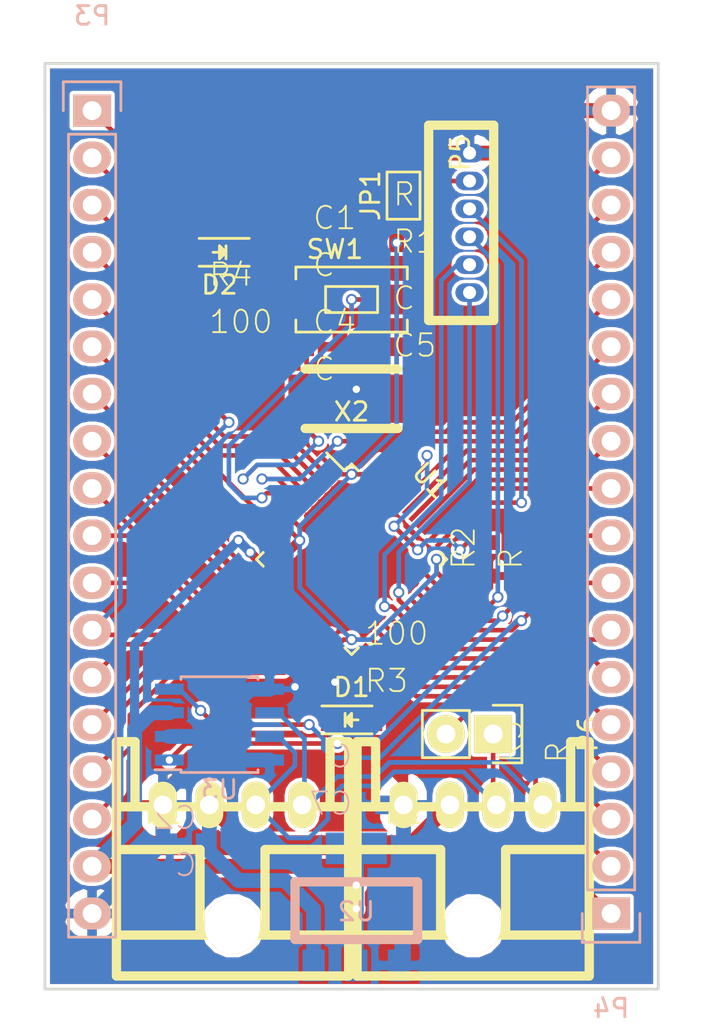
<source format=kicad_pcb>
(kicad_pcb (version 4) (host pcbnew 4.0.3-stable)
  (layers (0 F.Cu signal) (31 B.Cu signal) (34 B.Paste user) (35 F.Paste user) (36 B.SilkS user) (37 F.SilkS user) (38 B.Mask user) (39 F.Mask user) (44 Edge.Cuts user))
  (net 0 "")
  (net 1 GND)
  (net 2 /NRST)
  (net 3 +12V)
  (net 4 /OSC_IN)
  (net 5 /OSC_OUT)
  (net 6 +3V3)
  (net 7 "Net-(D1-Pad2)")
  (net 8 "Net-(D2-Pad2)")
  (net 9 /LED)
  (net 10 /CAN_H)
  (net 11 /CAN_L)
  (net 12 /BOOT0)
  (net 13 /USART_TX)
  (net 14 /USART_RX)
  (net 15 /CAN_RX)
  (net 16 /CAN_TX)
  (net 17 /SWDIO)
  (net 18 /SWCLK)
  (net 19 /PC13)
  (net 20 /PC14)
  (net 21 /PC15)
  (net 22 /PA0)
  (net 23 /PA1)
  (net 24 /PA2)
  (net 25 /PB11)
  (net 26 /PB10)
  (net 27 /PB2)
  (net 28 /PB1)
  (net 29 /PA7)
  (net 30 /PA6)
  (net 31 /PA5)
  (net 32 /PA4)
  (net 33 /PA3)
  (net 34 /PB12)
  (net 35 /PB13)
  (net 36 /PB14)
  (net 37 /PB15)
  (net 38 /PA8)
  (net 39 /PA15)
  (net 40 /PB3)
  (net 41 /PB4)
  (net 42 /PB5)
  (net 43 /PB6)
  (net 44 /PB7)
  (net 45 /PB8)
  (net 46 /PB9)
  (net 47 "Net-(JP1-Pad2)")
  (net 48 "Net-(P6-Pad2)")
  (module TO_SOT_Packages_SMD:SOT-223_reg (layer B.Cu) (at 16.764 48.514 180)
    (fp_text reference U2 (at 0 2.9 180) (layer B.SilkS) (effects (justify mirror)))
    (fp_text value NCP1117ST33T3G)
    (pad 1 smd rect (at -2.3 0 180) (size 1.2 1.7) (layers B.Cu B.Paste B.Mask) (net 1 GND))
    (pad 2 smd rect (at 0 0 180) (size 1.2 1.7) (layers B.Cu B.Paste B.Mask) (net 6 +3V3))
    (pad 3 smd rect (at 2.3 0 180) (size 1.2 1.7) (layers B.Cu B.Paste B.Mask) (net 3 +12V))
    (pad 2 smd rect (at 0 6.3 180) (size 3.3 1.7) (layers B.Cu B.Paste B.Mask) (net 6 +3V3))
  )
  (module RP_KiCAD_Libs:C1608_WP (layer F.Cu) (at 14.986 9.652)
    (fp_text reference C1 (at -0.635 -0.635) (layer F.SilkS) (effects (font (size 1.2065 1.2065) (thickness 0.1016)) (justify left bottom)))
    (fp_text value C (at -0.635 1.905) (layer F.SilkS) (effects (font (size 1.2065 1.2065) (thickness 0.1016)) (justify left bottom)))
    (pad 1 smd rect (at -0.9 0) (size 0.8 1) (layers F.Cu F.Paste F.Mask) (net 1 GND))
    (pad 2 smd rect (at 0.9 0) (size 0.8 1) (layers F.Cu F.Paste F.Mask) (net 2 /NRST))
  )
  (module RP_KiCAD_Libs:C1608_WP (layer B.Cu) (at 7.62 41.91 180)
    (fp_text reference C2 (at -0.635 0.635 180) (layer B.SilkS) (effects (font (size 1.2065 1.2065) (thickness 0.1016)) (justify left bottom mirror)))
    (fp_text value C (at -0.635 -1.905 180) (layer B.SilkS) (effects (font (size 1.2065 1.2065) (thickness 0.1016)) (justify left bottom mirror)))
    (pad 1 smd rect (at -0.9 0 180) (size 0.8 1) (layers B.Cu B.Paste B.Mask) (net 3 +12V))
    (pad 2 smd rect (at 0.9 0 180) (size 0.8 1) (layers B.Cu B.Paste B.Mask) (net 1 GND))
  )
  (module RP_KiCAD_Libs:C1608_WP (layer F.Cu) (at 14.986 15.24)
    (fp_text reference C4 (at -0.635 -0.635) (layer F.SilkS) (effects (font (size 1.2065 1.2065) (thickness 0.1016)) (justify left bottom)))
    (fp_text value C (at -0.635 1.905) (layer F.SilkS) (effects (font (size 1.2065 1.2065) (thickness 0.1016)) (justify left bottom)))
    (pad 1 smd rect (at -0.9 0) (size 0.8 1) (layers F.Cu F.Paste F.Mask) (net 4 /OSC_IN))
    (pad 2 smd rect (at 0.9 0) (size 0.8 1) (layers F.Cu F.Paste F.Mask) (net 1 GND))
  )
  (module RP_KiCAD_Libs:C1608_WP (layer F.Cu) (at 18.034 15.24 180)
    (fp_text reference C5 (at -0.635 -0.635 180) (layer F.SilkS) (effects (font (size 1.2065 1.2065) (thickness 0.1016)) (justify left bottom)))
    (fp_text value C (at -0.635 1.905 180) (layer F.SilkS) (effects (font (size 1.2065 1.2065) (thickness 0.1016)) (justify left bottom)))
    (pad 1 smd rect (at -0.9 0 180) (size 0.8 1) (layers F.Cu F.Paste F.Mask) (net 5 /OSC_OUT))
    (pad 2 smd rect (at 0.9 0 180) (size 0.8 1) (layers F.Cu F.Paste F.Mask) (net 1 GND))
  )
  (module RP_KiCAD_Libs:C1608_WP (layer B.Cu) (at 17.272 39.878)
    (fp_text reference C7 (at -0.635 0.635) (layer B.SilkS) (effects (font (size 1.2065 1.2065) (thickness 0.1016)) (justify left bottom mirror)))
    (fp_text value C (at -0.635 -1.905) (layer B.SilkS) (effects (font (size 1.2065 1.2065) (thickness 0.1016)) (justify left bottom mirror)))
    (pad 1 smd rect (at -0.9 0) (size 0.8 1) (layers B.Cu B.Paste B.Mask) (net 6 +3V3))
    (pad 2 smd rect (at 0.9 0) (size 0.8 1) (layers B.Cu B.Paste B.Mask) (net 1 GND))
  )
  (module LEDs:LED_0805 (layer F.Cu) (at 16.51 35.306)
    (fp_text reference D1 (at 0 -1.75) (layer F.SilkS))
    (fp_text value LED)
    (pad 2 smd rect (at 1.04902 0 180) (size 1.19888 1.19888) (layers F.Cu F.Paste F.Mask) (net 7 "Net-(D1-Pad2)"))
    (pad 1 smd rect (at -1.04902 0 180) (size 1.19888 1.19888) (layers F.Cu F.Paste F.Mask) (net 6 +3V3))
  )
  (module LEDs:LED_0805 (layer F.Cu) (at 9.398 10.16 180)
    (fp_text reference D2 (at 0 -1.75 180) (layer F.SilkS))
    (fp_text value LED)
    (pad 2 smd rect (at 1.04902 0) (size 1.19888 1.19888) (layers F.Cu F.Paste F.Mask) (net 8 "Net-(D2-Pad2)"))
    (pad 1 smd rect (at -1.04902 0) (size 1.19888 1.19888) (layers F.Cu F.Paste F.Mask) (net 9 /LED))
  )
  (module RP_KiCAD_Connector:XA_4LC (layer F.Cu) (at 6.35 39.878)
    (fp_text reference P1 (at 0 0.5) (layer F.SilkS))
    (fp_text value CONN_01X04)
    (pad 1 thru_hole oval (at 0 0) (size 1.5 2.5) (drill 1) (layers *.Cu *.Mask F.SilkS) (net 1 GND))
    (pad 2 thru_hole oval (at 2.5 0) (size 1.5 2.5) (drill 1) (layers *.Cu *.Mask F.SilkS) (net 3 +12V))
    (pad 3 thru_hole oval (at 5 0) (size 1.5 2.5) (drill 1) (layers *.Cu *.Mask F.SilkS) (net 10 /CAN_H))
    (pad 4 thru_hole oval (at 7.5 0) (size 1.5 2.5) (drill 1) (layers *.Cu *.Mask F.SilkS) (net 11 /CAN_L))
    (pad "" thru_hole circle (at 3.75 6.5) (size 3 3) (drill 3) (layers *.Cu *.Mask F.SilkS) (clearance -0.3))
  )
  (module RP_KiCAD_Connector:XA_4LC (layer F.Cu) (at 19.304 39.878)
    (fp_text reference P2 (at 0 0.5) (layer F.SilkS))
    (fp_text value CONN_01X04)
    (pad 1 thru_hole oval (at 0 0) (size 1.5 2.5) (drill 1) (layers *.Cu *.Mask F.SilkS) (net 1 GND))
    (pad 2 thru_hole oval (at 2.5 0) (size 1.5 2.5) (drill 1) (layers *.Cu *.Mask F.SilkS) (net 3 +12V))
    (pad 3 thru_hole oval (at 5 0) (size 1.5 2.5) (drill 1) (layers *.Cu *.Mask F.SilkS) (net 10 /CAN_H))
    (pad 4 thru_hole oval (at 7.5 0) (size 1.5 2.5) (drill 1) (layers *.Cu *.Mask F.SilkS) (net 11 /CAN_L))
    (pad "" thru_hole circle (at 3.75 6.5) (size 3 3) (drill 3) (layers *.Cu *.Mask F.SilkS) (clearance -0.3))
  )
  (module RP_KiCAD_Libs:C1608_WP (layer F.Cu) (at 18.034 9.652 180)
    (fp_text reference R1 (at -0.635 -0.635 180) (layer F.SilkS) (effects (font (size 1.2065 1.2065) (thickness 0.1016)) (justify left bottom)))
    (fp_text value R (at -0.635 1.905 180) (layer F.SilkS) (effects (font (size 1.2065 1.2065) (thickness 0.1016)) (justify left bottom)))
    (pad 1 smd rect (at -0.9 0 180) (size 0.8 1) (layers F.Cu F.Paste F.Mask) (net 6 +3V3))
    (pad 2 smd rect (at 0.9 0 180) (size 0.8 1) (layers F.Cu F.Paste F.Mask) (net 2 /NRST))
  )
  (module RP_KiCAD_Libs:C1608_WP (layer F.Cu) (at 23.876 26.67 90)
    (fp_text reference R2 (at -0.635 -0.635 90) (layer F.SilkS) (effects (font (size 1.2065 1.2065) (thickness 0.1016)) (justify left bottom)))
    (fp_text value R (at -0.635 1.905 90) (layer F.SilkS) (effects (font (size 1.2065 1.2065) (thickness 0.1016)) (justify left bottom)))
    (pad 1 smd rect (at -0.9 0 90) (size 0.8 1) (layers F.Cu F.Paste F.Mask) (net 1 GND))
    (pad 2 smd rect (at 0.9 0 90) (size 0.8 1) (layers F.Cu F.Paste F.Mask) (net 12 /BOOT0))
  )
  (module RP_KiCAD_Libs:C1608_WP (layer F.Cu) (at 16.51 33.274 180)
    (fp_text reference R3 (at -0.635 -0.635 180) (layer F.SilkS) (effects (font (size 1.2065 1.2065) (thickness 0.1016)) (justify left bottom)))
    (fp_text value 100 (at -0.635 1.905 180) (layer F.SilkS) (effects (font (size 1.2065 1.2065) (thickness 0.1016)) (justify left bottom)))
    (pad 1 smd rect (at -0.9 0 180) (size 0.8 1) (layers F.Cu F.Paste F.Mask) (net 7 "Net-(D1-Pad2)"))
    (pad 2 smd rect (at 0.9 0 180) (size 0.8 1) (layers F.Cu F.Paste F.Mask) (net 1 GND))
  )
  (module RP_KiCAD_Libs:C1608_WP (layer F.Cu) (at 9.398 12.7)
    (fp_text reference R4 (at -0.635 -0.635) (layer F.SilkS) (effects (font (size 1.2065 1.2065) (thickness 0.1016)) (justify left bottom)))
    (fp_text value 100 (at -0.635 1.905) (layer F.SilkS) (effects (font (size 1.2065 1.2065) (thickness 0.1016)) (justify left bottom)))
    (pad 1 smd rect (at -0.9 0) (size 0.8 1) (layers F.Cu F.Paste F.Mask) (net 8 "Net-(D2-Pad2)"))
    (pad 2 smd rect (at 0.9 0) (size 0.8 1) (layers F.Cu F.Paste F.Mask) (net 1 GND))
  )
  (module Buttons_Switches_SMD:SW_SPST_EVQPE1 (layer F.Cu) (at 16.51 12.7)
    (fp_text reference SW1 (at -0.9 -2.7) (layer F.SilkS))
    (fp_text value SW_PUSH)
    (pad 2 smd rect (at 2.7 0) (size 2 1.6) (layers F.Cu F.Paste F.Mask) (net 2 /NRST))
    (pad 1 smd rect (at -2.7 0) (size 2 1.6) (layers F.Cu F.Paste F.Mask) (net 1 GND))
  )
  (module Housings_QFP:LQFP-48_7x7mm_Pitch0.5mm (layer F.Cu) (at 16.51 26.67 315)
    (fp_text reference U1 (at 0 -6 315) (layer F.SilkS))
    (fp_text value STM32F103_48)
    (pad 1 smd rect (at -4.35 -2.75 315) (size 1.3 0.25) (layers F.Cu F.Paste F.Mask) (net 6 +3V3))
    (pad 2 smd rect (at -4.35 -2.25 315) (size 1.3 0.25) (layers F.Cu F.Paste F.Mask) (net 19 /PC13))
    (pad 3 smd rect (at -4.35 -1.75 315) (size 1.3 0.25) (layers F.Cu F.Paste F.Mask) (net 20 /PC14))
    (pad 4 smd rect (at -4.35 -1.25 315) (size 1.3 0.25) (layers F.Cu F.Paste F.Mask) (net 21 /PC15))
    (pad 5 smd rect (at -4.35 -0.75 315) (size 1.3 0.25) (layers F.Cu F.Paste F.Mask) (net 4 /OSC_IN))
    (pad 6 smd rect (at -4.35 -0.25 315) (size 1.3 0.25) (layers F.Cu F.Paste F.Mask) (net 5 /OSC_OUT))
    (pad 7 smd rect (at -4.35 0.25 315) (size 1.3 0.25) (layers F.Cu F.Paste F.Mask) (net 2 /NRST))
    (pad 8 smd rect (at -4.35 0.75 315) (size 1.3 0.25) (layers F.Cu F.Paste F.Mask) (net 1 GND))
    (pad 9 smd rect (at -4.35 1.25 315) (size 1.3 0.25) (layers F.Cu F.Paste F.Mask) (net 6 +3V3))
    (pad 10 smd rect (at -4.35 1.75 315) (size 1.3 0.25) (layers F.Cu F.Paste F.Mask) (net 22 /PA0))
    (pad 11 smd rect (at -4.35 2.25 315) (size 1.3 0.25) (layers F.Cu F.Paste F.Mask) (net 23 /PA1))
    (pad 12 smd rect (at -4.35 2.75 315) (size 1.3 0.25) (layers F.Cu F.Paste F.Mask) (net 24 /PA2))
    (pad 13 smd rect (at -2.75 4.35 45) (size 1.3 0.25) (layers F.Cu F.Paste F.Mask) (net 33 /PA3))
    (pad 14 smd rect (at -2.25 4.35 45) (size 1.3 0.25) (layers F.Cu F.Paste F.Mask) (net 32 /PA4))
    (pad 15 smd rect (at -1.75 4.35 45) (size 1.3 0.25) (layers F.Cu F.Paste F.Mask) (net 31 /PA5))
    (pad 16 smd rect (at -1.25 4.35 45) (size 1.3 0.25) (layers F.Cu F.Paste F.Mask) (net 30 /PA6))
    (pad 17 smd rect (at -0.75 4.35 45) (size 1.3 0.25) (layers F.Cu F.Paste F.Mask) (net 29 /PA7))
    (pad 18 smd rect (at -0.25 4.35 45) (size 1.3 0.25) (layers F.Cu F.Paste F.Mask) (net 9 /LED))
    (pad 19 smd rect (at 0.25 4.35 45) (size 1.3 0.25) (layers F.Cu F.Paste F.Mask) (net 28 /PB1))
    (pad 20 smd rect (at 0.75 4.35 45) (size 1.3 0.25) (layers F.Cu F.Paste F.Mask) (net 27 /PB2))
    (pad 21 smd rect (at 1.25 4.35 45) (size 1.3 0.25) (layers F.Cu F.Paste F.Mask) (net 26 /PB10))
    (pad 22 smd rect (at 1.75 4.35 45) (size 1.3 0.25) (layers F.Cu F.Paste F.Mask) (net 25 /PB11))
    (pad 23 smd rect (at 2.25 4.35 45) (size 1.3 0.25) (layers F.Cu F.Paste F.Mask) (net 1 GND))
    (pad 24 smd rect (at 2.75 4.35 45) (size 1.3 0.25) (layers F.Cu F.Paste F.Mask) (net 6 +3V3))
    (pad 25 smd rect (at 4.35 2.75 315) (size 1.3 0.25) (layers F.Cu F.Paste F.Mask) (net 34 /PB12))
    (pad 26 smd rect (at 4.35 2.25 315) (size 1.3 0.25) (layers F.Cu F.Paste F.Mask) (net 35 /PB13))
    (pad 27 smd rect (at 4.35 1.75 315) (size 1.3 0.25) (layers F.Cu F.Paste F.Mask) (net 36 /PB14))
    (pad 28 smd rect (at 4.35 1.25 315) (size 1.3 0.25) (layers F.Cu F.Paste F.Mask) (net 37 /PB15))
    (pad 29 smd rect (at 4.35 0.75 315) (size 1.3 0.25) (layers F.Cu F.Paste F.Mask) (net 38 /PA8))
    (pad 30 smd rect (at 4.35 0.25 315) (size 1.3 0.25) (layers F.Cu F.Paste F.Mask) (net 13 /USART_TX))
    (pad 31 smd rect (at 4.35 -0.25 315) (size 1.3 0.25) (layers F.Cu F.Paste F.Mask) (net 14 /USART_RX))
    (pad 32 smd rect (at 4.35 -0.75 315) (size 1.3 0.25) (layers F.Cu F.Paste F.Mask) (net 15 /CAN_RX))
    (pad 33 smd rect (at 4.35 -1.25 315) (size 1.3 0.25) (layers F.Cu F.Paste F.Mask) (net 16 /CAN_TX))
    (pad 34 smd rect (at 4.35 -1.75 315) (size 1.3 0.25) (layers F.Cu F.Paste F.Mask) (net 17 /SWDIO))
    (pad 35 smd rect (at 4.35 -2.25 315) (size 1.3 0.25) (layers F.Cu F.Paste F.Mask) (net 1 GND))
    (pad 36 smd rect (at 4.35 -2.75 315) (size 1.3 0.25) (layers F.Cu F.Paste F.Mask) (net 6 +3V3))
    (pad 37 smd rect (at 2.75 -4.35 45) (size 1.3 0.25) (layers F.Cu F.Paste F.Mask) (net 18 /SWCLK))
    (pad 38 smd rect (at 2.25 -4.35 45) (size 1.3 0.25) (layers F.Cu F.Paste F.Mask) (net 39 /PA15))
    (pad 39 smd rect (at 1.75 -4.35 45) (size 1.3 0.25) (layers F.Cu F.Paste F.Mask) (net 40 /PB3))
    (pad 40 smd rect (at 1.25 -4.35 45) (size 1.3 0.25) (layers F.Cu F.Paste F.Mask) (net 41 /PB4))
    (pad 41 smd rect (at 0.75 -4.35 45) (size 1.3 0.25) (layers F.Cu F.Paste F.Mask) (net 42 /PB5))
    (pad 42 smd rect (at 0.25 -4.35 45) (size 1.3 0.25) (layers F.Cu F.Paste F.Mask) (net 43 /PB6))
    (pad 43 smd rect (at -0.25 -4.35 45) (size 1.3 0.25) (layers F.Cu F.Paste F.Mask) (net 44 /PB7))
    (pad 44 smd rect (at -0.75 -4.35 45) (size 1.3 0.25) (layers F.Cu F.Paste F.Mask) (net 12 /BOOT0))
    (pad 45 smd rect (at -1.25 -4.35 45) (size 1.3 0.25) (layers F.Cu F.Paste F.Mask) (net 45 /PB8))
    (pad 46 smd rect (at -1.75 -4.35 45) (size 1.3 0.25) (layers F.Cu F.Paste F.Mask) (net 46 /PB9))
    (pad 47 smd rect (at -2.25 -4.35 45) (size 1.3 0.25) (layers F.Cu F.Paste F.Mask) (net 1 GND))
    (pad 48 smd rect (at -2.75 -4.35 45) (size 1.3 0.25) (layers F.Cu F.Paste F.Mask) (net 6 +3V3))
  )
  (module Housings_SOIC:SOIC-8_3.9x4.9mm_Pitch1.27mm (layer B.Cu) (at 9.398 35.56)
    (fp_text reference U3 (at 0 3.5) (layer B.SilkS) (effects (justify mirror)))
    (fp_text value MAX3051)
    (pad 1 smd rect (at -2.7 1.905) (size 1.55 0.6) (layers B.Cu B.Paste B.Mask) (net 16 /CAN_TX))
    (pad 2 smd rect (at -2.7 0.635) (size 1.55 0.6) (layers B.Cu B.Paste B.Mask) (net 1 GND))
    (pad 3 smd rect (at -2.7 -0.635) (size 1.55 0.6) (layers B.Cu B.Paste B.Mask) (net 6 +3V3))
    (pad 4 smd rect (at -2.7 -1.905) (size 1.55 0.6) (layers B.Cu B.Paste B.Mask) (net 15 /CAN_RX))
    (pad 5 smd rect (at 2.7 -1.905) (size 1.55 0.6) (layers B.Cu B.Paste B.Mask) (net 1 GND))
    (pad 6 smd rect (at 2.7 -0.635) (size 1.55 0.6) (layers B.Cu B.Paste B.Mask) (net 11 /CAN_L))
    (pad 7 smd rect (at 2.7 0.635) (size 1.55 0.6) (layers B.Cu B.Paste B.Mask) (net 10 /CAN_H))
    (pad 8 smd rect (at 2.7 1.905) (size 1.55 0.6) (layers B.Cu B.Paste B.Mask) (net 1 GND))
  )
  (module Crystals:ABM3_2pads (layer F.Cu) (at 16.51 18.034)
    (fp_text reference X2 (at 0 0.7) (layer F.SilkS))
    (fp_text value CRYSTAL)
    (pad 1 smd rect (at -2.3 0) (size 2.2 2.6) (layers F.Cu F.Paste F.Mask) (net 4 /OSC_IN))
    (pad 2 smd rect (at 2.3 0) (size 2 2.6) (layers F.Cu F.Paste F.Mask) (net 5 /OSC_OUT))
  )
  (module Connect:GS2 (layer F.Cu) (at 19.304 7.112 180)
    (fp_text reference JP1 (at 1.778 0 270) (layer F.SilkS))
    (fp_text value JUMPER)
    (pad 1 smd rect (at 0 -0.635 180) (size 1.27 0.9652) (layers F.Cu F.Paste F.Mask) (net 6 +3V3))
    (pad 2 smd rect (at 0 0.635 180) (size 1.27 0.9652) (layers F.Cu F.Paste F.Mask) (net 47 "Net-(JP1-Pad2)"))
  )
  (module RP_KiCAD_Connector:ZH_6T (layer F.Cu) (at 22.86 4.826 270)
    (fp_text reference P5 (at 0 0.5 270) (layer F.SilkS))
    (fp_text value CONN_01X06)
    (pad 1 thru_hole oval (at 0 0 270) (size 1 1.524) (drill 0.7) (layers *.Cu *.Mask) (net 1 GND))
    (pad 2 thru_hole oval (at 1.5 0 270) (size 1 1.524) (drill 0.7) (layers *.Cu *.Mask) (net 47 "Net-(JP1-Pad2)"))
    (pad 3 thru_hole oval (at 3 0 270) (size 1 1.524) (drill 0.7) (layers *.Cu *.Mask) (net 18 /SWCLK))
    (pad 4 thru_hole oval (at 4.5 0 270) (size 1 1.524) (drill 0.7) (layers *.Cu *.Mask) (net 17 /SWDIO))
    (pad 5 thru_hole oval (at 6 0 270) (size 1 1.524) (drill 0.7) (layers *.Cu *.Mask) (net 13 /USART_TX))
    (pad 6 thru_hole oval (at 7.5 0 270) (size 1 1.524) (drill 0.7) (layers *.Cu *.Mask) (net 14 /USART_RX))
  )
  (module Pin_Headers:Pin_Header_Straight_1x18 (layer B.Cu) (at 2.54 2.54 180)
    (fp_text reference P3 (at 0 5.1 180) (layer B.SilkS) (effects (justify mirror)))
    (fp_text value CONN_01X18)
    (pad 1 thru_hole rect (at 0 0 180) (size 2.032 1.7272) (drill 1.016) (layers *.Cu *.Mask B.SilkS) (net 19 /PC13))
    (pad 2 thru_hole oval (at 0 -2.54 180) (size 2.032 1.7272) (drill 1.016) (layers *.Cu *.Mask B.SilkS) (net 20 /PC14))
    (pad 3 thru_hole oval (at 0 -5.08 180) (size 2.032 1.7272) (drill 1.016) (layers *.Cu *.Mask B.SilkS) (net 21 /PC15))
    (pad 4 thru_hole oval (at 0 -7.62 180) (size 2.032 1.7272) (drill 1.016) (layers *.Cu *.Mask B.SilkS) (net 22 /PA0))
    (pad 5 thru_hole oval (at 0 -10.16 180) (size 2.032 1.7272) (drill 1.016) (layers *.Cu *.Mask B.SilkS) (net 23 /PA1))
    (pad 6 thru_hole oval (at 0 -12.7 180) (size 2.032 1.7272) (drill 1.016) (layers *.Cu *.Mask B.SilkS) (net 24 /PA2))
    (pad 7 thru_hole oval (at 0 -15.24 180) (size 2.032 1.7272) (drill 1.016) (layers *.Cu *.Mask B.SilkS) (net 33 /PA3))
    (pad 8 thru_hole oval (at 0 -17.78 180) (size 2.032 1.7272) (drill 1.016) (layers *.Cu *.Mask B.SilkS) (net 32 /PA4))
    (pad 9 thru_hole oval (at 0 -20.32 180) (size 2.032 1.7272) (drill 1.016) (layers *.Cu *.Mask B.SilkS) (net 31 /PA5))
    (pad 10 thru_hole oval (at 0 -22.86 180) (size 2.032 1.7272) (drill 1.016) (layers *.Cu *.Mask B.SilkS) (net 30 /PA6))
    (pad 11 thru_hole oval (at 0 -25.4 180) (size 2.032 1.7272) (drill 1.016) (layers *.Cu *.Mask B.SilkS) (net 29 /PA7))
    (pad 12 thru_hole oval (at 0 -27.94 180) (size 2.032 1.7272) (drill 1.016) (layers *.Cu *.Mask B.SilkS) (net 9 /LED))
    (pad 13 thru_hole oval (at 0 -30.48 180) (size 2.032 1.7272) (drill 1.016) (layers *.Cu *.Mask B.SilkS) (net 28 /PB1))
    (pad 14 thru_hole oval (at 0 -33.02 180) (size 2.032 1.7272) (drill 1.016) (layers *.Cu *.Mask B.SilkS) (net 27 /PB2))
    (pad 15 thru_hole oval (at 0 -35.56 180) (size 2.032 1.7272) (drill 1.016) (layers *.Cu *.Mask B.SilkS) (net 26 /PB10))
    (pad 16 thru_hole oval (at 0 -38.1 180) (size 2.032 1.7272) (drill 1.016) (layers *.Cu *.Mask B.SilkS) (net 25 /PB11))
    (pad 17 thru_hole oval (at 0 -40.64 180) (size 2.032 1.7272) (drill 1.016) (layers *.Cu *.Mask B.SilkS) (net 6 +3V3))
    (pad 18 thru_hole oval (at 0 -43.18 180) (size 2.032 1.7272) (drill 1.016) (layers *.Cu *.Mask B.SilkS) (net 1 GND))
  )
  (module Pin_Headers:Pin_Header_Straight_1x18 (layer B.Cu) (at 30.48 45.72)
    (fp_text reference P4 (at 0 5.1) (layer B.SilkS) (effects (justify mirror)))
    (fp_text value CONN_01X18)
    (pad 1 thru_hole rect (at 0 0) (size 2.032 1.7272) (drill 1.016) (layers *.Cu *.Mask B.SilkS) (net 34 /PB12))
    (pad 2 thru_hole oval (at 0 -2.54) (size 2.032 1.7272) (drill 1.016) (layers *.Cu *.Mask B.SilkS) (net 35 /PB13))
    (pad 3 thru_hole oval (at 0 -5.08) (size 2.032 1.7272) (drill 1.016) (layers *.Cu *.Mask B.SilkS) (net 36 /PB14))
    (pad 4 thru_hole oval (at 0 -7.62) (size 2.032 1.7272) (drill 1.016) (layers *.Cu *.Mask B.SilkS) (net 37 /PB15))
    (pad 5 thru_hole oval (at 0 -10.16) (size 2.032 1.7272) (drill 1.016) (layers *.Cu *.Mask B.SilkS) (net 38 /PA8))
    (pad 6 thru_hole oval (at 0 -12.7) (size 2.032 1.7272) (drill 1.016) (layers *.Cu *.Mask B.SilkS) (net 13 /USART_TX))
    (pad 7 thru_hole oval (at 0 -15.24) (size 2.032 1.7272) (drill 1.016) (layers *.Cu *.Mask B.SilkS) (net 14 /USART_RX))
    (pad 8 thru_hole oval (at 0 -17.78) (size 2.032 1.7272) (drill 1.016) (layers *.Cu *.Mask B.SilkS) (net 15 /CAN_RX))
    (pad 9 thru_hole oval (at 0 -20.32) (size 2.032 1.7272) (drill 1.016) (layers *.Cu *.Mask B.SilkS) (net 16 /CAN_TX))
    (pad 10 thru_hole oval (at 0 -22.86) (size 2.032 1.7272) (drill 1.016) (layers *.Cu *.Mask B.SilkS) (net 39 /PA15))
    (pad 11 thru_hole oval (at 0 -25.4) (size 2.032 1.7272) (drill 1.016) (layers *.Cu *.Mask B.SilkS) (net 40 /PB3))
    (pad 12 thru_hole oval (at 0 -27.94) (size 2.032 1.7272) (drill 1.016) (layers *.Cu *.Mask B.SilkS) (net 41 /PB4))
    (pad 13 thru_hole oval (at 0 -30.48) (size 2.032 1.7272) (drill 1.016) (layers *.Cu *.Mask B.SilkS) (net 42 /PB5))
    (pad 14 thru_hole oval (at 0 -33.02) (size 2.032 1.7272) (drill 1.016) (layers *.Cu *.Mask B.SilkS) (net 43 /PB6))
    (pad 15 thru_hole oval (at 0 -35.56) (size 2.032 1.7272) (drill 1.016) (layers *.Cu *.Mask B.SilkS) (net 44 /PB7))
    (pad 16 thru_hole oval (at 0 -38.1) (size 2.032 1.7272) (drill 1.016) (layers *.Cu *.Mask B.SilkS) (net 45 /PB8))
    (pad 17 thru_hole oval (at 0 -40.64) (size 2.032 1.7272) (drill 1.016) (layers *.Cu *.Mask B.SilkS) (net 46 /PB9))
    (pad 18 thru_hole oval (at 0 -43.18) (size 2.032 1.7272) (drill 1.016) (layers *.Cu *.Mask B.SilkS) (net 1 GND))
  )
  (module Pin_Headers:Pin_Header_Straight_1x02 (layer F.Cu) (at 24.13 36.068 270)
    (fp_text reference P6 (at 0 -5.1 270) (layer F.SilkS))
    (fp_text value CONN_01X02)
    (pad 1 thru_hole rect (at 0 0 270) (size 2.032 2.032) (drill 1.016) (layers *.Cu *.Mask F.SilkS) (net 10 /CAN_H))
    (pad 2 thru_hole oval (at 0 2.54 270) (size 2.032 2.032) (drill 1.016) (layers *.Cu *.Mask F.SilkS) (net 48 "Net-(P6-Pad2)"))
  )
  (module RP_KiCAD_Libs:C1608_WP (layer F.Cu) (at 26.416 37.084 90)
    (fp_text reference R5 (at -0.635 -0.635 90) (layer F.SilkS) (effects (font (size 1.2065 1.2065) (thickness 0.1016)) (justify left bottom)))
    (fp_text value R (at -0.635 1.905 90) (layer F.SilkS) (effects (font (size 1.2065 1.2065) (thickness 0.1016)) (justify left bottom)))
    (pad 1 smd rect (at -0.9 0 90) (size 0.8 1) (layers F.Cu F.Paste F.Mask) (net 11 /CAN_L))
    (pad 2 smd rect (at 0.9 0 90) (size 0.8 1) (layers F.Cu F.Paste F.Mask) (net 48 "Net-(P6-Pad2)"))
  )
  (gr_line (start 33.02 49.784) (end 33.02 0) (angle 90) (layer Edge.Cuts) (width 0.15))
  (gr_line (start 0 49.784) (end 0 0) (angle 90) (layer Edge.Cuts) (width 0.15))
  (gr_line (start 33.02 49.784) (end 0 49.784) (angle 90) (layer Edge.Cuts) (width 0.15))
  (gr_line (start 33.02 0) (end 0 0) (angle 90) (layer Edge.Cuts) (width 0.15))
  (segment (start 6.35 39.878) (end 6.35 39.37) (width 0.8) (layer B.Cu) (net 1))
  (segment (start 6.35 39.37) (end 7.112 38.608) (width 0.8) (layer B.Cu) (net 1))
  (segment (start 7.112 38.608) (end 7.62 38.608) (width 0.8) (layer B.Cu) (net 1))
  (via (at 15.61 33.274) (size 0.6) (drill 0.4) (layers F.Cu B.Cu) (net 1))
  (segment (start 13.462 33.528) (end 15.356 33.528) (width 0.25) (layer B.Cu) (net 1))
  (segment (start 15.356 33.528) (end 15.61 33.274) (width 0.25) (layer B.Cu) (net 1))
  (segment (start 15.61 33.274) (end 16.51 34.174) (width 0.25) (layer F.Cu) (net 1))
  (segment (start 16.51 34.174) (end 16.51 37.846) (width 0.25) (layer F.Cu) (net 1))
  (segment (start 6.35 39.878) (end 6.35 39.116) (width 0.5) (layer F.Cu) (net 1))
  (segment (start 6.35 39.116) (end 7.62 37.846) (width 0.5) (layer F.Cu) (net 1))
  (segment (start 7.62 37.846) (end 16.51 37.846) (width 0.5) (layer F.Cu) (net 1))
  (segment (start 19.304 38.608) (end 19.304 39.878) (width 0.5) (layer F.Cu) (net 1))
  (segment (start 16.51 37.846) (end 18.542 37.846) (width 0.5) (layer F.Cu) (net 1))
  (segment (start 18.542 37.846) (end 19.304 38.608) (width 0.5) (layer F.Cu) (net 1))
  (segment (start 15.886 15.24) (end 17.134 15.24) (width 0.8) (layer F.Cu) (net 1))
  (segment (start 15.886 15.24) (end 15.886 13.6) (width 0.8) (layer F.Cu) (net 1))
  (segment (start 14.986 12.7) (end 13.81 12.7) (width 0.8) (layer F.Cu) (net 1))
  (segment (start 15.886 13.6) (end 14.986 12.7) (width 0.8) (layer F.Cu) (net 1))
  (segment (start 14.086 9.652) (end 14.086 8.012) (width 0.8) (layer F.Cu) (net 1))
  (segment (start 15.494 6.604) (end 17.134 6.604) (width 0.8) (layer F.Cu) (net 1))
  (segment (start 14.086 8.012) (end 15.494 6.604) (width 0.8) (layer F.Cu) (net 1))
  (segment (start 14.086 9.652) (end 14.086 10.806) (width 0.8) (layer F.Cu) (net 1))
  (segment (start 13.81 11.082) (end 13.81 12.7) (width 0.8) (layer F.Cu) (net 1))
  (segment (start 14.086 10.806) (end 13.81 11.082) (width 0.8) (layer F.Cu) (net 1))
  (segment (start 30.48 2.54) (end 27.686 2.54) (width 0.8) (layer F.Cu) (net 1))
  (segment (start 27.686 2.54) (end 25.4 4.826) (width 0.8) (layer F.Cu) (net 1))
  (segment (start 16.764 17.526) (end 16.764 20.574) (width 0.5) (layer B.Cu) (net 1))
  (segment (start 12.098 25.24) (end 16.256 21.082) (width 0.5) (layer B.Cu) (net 1))
  (via (at 16.764 17.526) (size 0.6) (drill 0.4) (layers F.Cu B.Cu) (net 1))
  (segment (start 16.764 17.526) (end 17.134 17.156) (width 0.5) (layer F.Cu) (net 1))
  (segment (start 17.134 17.156) (end 17.134 15.24) (width 0.5) (layer F.Cu) (net 1))
  (segment (start 12.098 33.655) (end 12.098 25.24) (width 0.5) (layer B.Cu) (net 1))
  (segment (start 16.764 20.574) (end 16.256 21.082) (width 0.5) (layer B.Cu) (net 1))
  (segment (start 15.106019 24.892) (end 16.69701 23.301009) (width 0.25) (layer F.Cu) (net 1))
  (segment (start 17.20501 22.793009) (end 17.994924 22.003095) (width 0.25) (layer F.Cu) (net 1))
  (segment (start 16.69701 23.301009) (end 17.20501 22.793009) (width 0.25) (layer F.Cu) (net 1))
  (segment (start 15.025076 31.336905) (end 13.462 32.899981) (width 0.25) (layer F.Cu) (net 1))
  (segment (start 13.335 33.655) (end 12.098 33.655) (width 0.25) (layer B.Cu) (net 1))
  (segment (start 13.462 33.528) (end 13.335 33.655) (width 0.25) (layer B.Cu) (net 1))
  (via (at 13.462 33.528) (size 0.6) (drill 0.4) (layers F.Cu B.Cu) (net 1))
  (segment (start 13.462 32.899981) (end 13.462 33.528) (width 0.25) (layer F.Cu) (net 1))
  (segment (start 21.176905 28.154924) (end 21.723981 28.702) (width 0.25) (layer F.Cu) (net 1))
  (segment (start 23.114 28.702) (end 23.876 27.94) (width 0.25) (layer F.Cu) (net 1))
  (segment (start 21.723981 28.702) (end 23.114 28.702) (width 0.25) (layer F.Cu) (net 1))
  (segment (start 23.876 27.94) (end 23.876 27.57) (width 0.25) (layer F.Cu) (net 1))
  (segment (start 7.62 38.608) (end 8.763 37.465) (width 0.8) (layer B.Cu) (net 1))
  (segment (start 8.763 37.465) (end 9.779 37.465) (width 0.8) (layer B.Cu) (net 1))
  (segment (start 6.35 39.878) (end 6.35 41.91) (width 0.8) (layer B.Cu) (net 1))
  (segment (start 6.35 41.91) (end 2.54 45.72) (width 0.8) (layer B.Cu) (net 1))
  (segment (start 6.35 39.878) (end 6.35 41.54) (width 0.5) (layer B.Cu) (net 1))
  (segment (start 6.35 41.54) (end 6.72 41.91) (width 0.5) (layer B.Cu) (net 1))
  (segment (start 18.172 39.878) (end 19.304 39.878) (width 0.5) (layer B.Cu) (net 1))
  (segment (start 13.81 12.7) (end 10.298 12.7) (width 0.25) (layer F.Cu) (net 1))
  (segment (start 22.86 4.826) (end 25.4 4.826) (width 0.8) (layer F.Cu) (net 1))
  (segment (start 17.134 6.604) (end 18.912 4.826) (width 0.8) (layer F.Cu) (net 1))
  (segment (start 18.912 4.826) (end 22.86 4.826) (width 0.8) (layer F.Cu) (net 1))
  (segment (start 8.509 36.195) (end 11.049 33.655) (width 0.8) (layer B.Cu) (net 1))
  (segment (start 11.049 33.655) (end 12.098 33.655) (width 0.8) (layer B.Cu) (net 1))
  (segment (start 6.698 36.195) (end 8.509 36.195) (width 0.8) (layer B.Cu) (net 1))
  (segment (start 9.779 37.465) (end 12.098 37.465) (width 0.8) (layer B.Cu) (net 1))
  (segment (start 8.509 36.195) (end 9.779 37.465) (width 0.8) (layer B.Cu) (net 1))
  (segment (start 19.304 39.878) (end 19.304 48.274) (width 0.8) (layer B.Cu) (net 1))
  (segment (start 19.304 48.274) (end 19.064 48.514) (width 0.8) (layer B.Cu) (net 1))
  (segment (start 15.106019 24.892) (end 16.002 24.892) (width 0.25) (layer F.Cu) (net 1))
  (segment (start 16.002 24.892) (end 18.288 27.178) (width 0.25) (layer F.Cu) (net 1))
  (segment (start 18.288 27.178) (end 19.183981 27.178) (width 0.25) (layer F.Cu) (net 1))
  (segment (start 15.025076 31.336905) (end 19.183981 27.178) (width 0.25) (layer F.Cu) (net 1))
  (segment (start 20.199981 27.178) (end 21.176905 28.154924) (width 0.25) (layer F.Cu) (net 1))
  (segment (start 19.183981 27.178) (end 20.199981 27.178) (width 0.25) (layer F.Cu) (net 1))
  (segment (start 12.903755 24.124416) (end 13.671339 24.892) (width 0.25) (layer F.Cu) (net 1))
  (segment (start 13.671339 24.892) (end 15.106019 24.892) (width 0.25) (layer F.Cu) (net 1))
  (segment (start 15.61 33.274) (end 15.46098 33.42302) (width 0.25) (layer F.Cu) (net 1))
  (segment (start 13.257309 23.770862) (end 12.600447 23.114) (width 0.25) (layer F.Cu) (net 2))
  (segment (start 12.600447 23.114) (end 11.938 23.114) (width 0.25) (layer F.Cu) (net 2))
  (segment (start 11.938 23.114) (end 11.684 23.368) (width 0.25) (layer F.Cu) (net 2))
  (via (at 11.684 23.368) (size 0.6) (drill 0.4) (layers F.Cu B.Cu) (net 2))
  (segment (start 11.684 23.368) (end 10.668 23.368) (width 0.25) (layer B.Cu) (net 2))
  (segment (start 10.668 23.368) (end 9.906 22.606) (width 0.25) (layer B.Cu) (net 2))
  (segment (start 9.906 22.606) (end 9.906 20.574) (width 0.25) (layer B.Cu) (net 2))
  (segment (start 9.906 20.574) (end 16.51 13.97) (width 0.25) (layer B.Cu) (net 2))
  (segment (start 16.51 13.97) (end 16.51 12.7) (width 0.25) (layer B.Cu) (net 2))
  (via (at 16.51 12.7) (size 0.6) (drill 0.4) (layers F.Cu B.Cu) (net 2))
  (segment (start 16.51 12.7) (end 19.21 12.7) (width 0.25) (layer F.Cu) (net 2))
  (segment (start 17.134 9.652) (end 17.134 10.624) (width 0.25) (layer F.Cu) (net 2))
  (segment (start 17.134 10.624) (end 19.21 12.7) (width 0.25) (layer F.Cu) (net 2))
  (segment (start 15.886 9.652) (end 17.134 9.652) (width 0.25) (layer F.Cu) (net 2))
  (segment (start 8.85 39.878) (end 8.85 42.378) (width 0.8) (layer B.Cu) (net 3))
  (segment (start 8.85 42.378) (end 10.414 43.942) (width 0.8) (layer B.Cu) (net 3))
  (segment (start 10.414 43.942) (end 12.914 43.942) (width 0.8) (layer B.Cu) (net 3))
  (segment (start 8.85 39.878) (end 8.85 41.58) (width 0.5) (layer B.Cu) (net 3))
  (segment (start 8.85 41.58) (end 8.52 41.91) (width 0.5) (layer B.Cu) (net 3))
  (segment (start 12.914 43.942) (end 14.464 45.492) (width 0.8) (layer B.Cu) (net 3))
  (segment (start 14.464 45.492) (end 14.464 48.514) (width 0.8) (layer B.Cu) (net 3))
  (segment (start 8.85 39.878) (end 10.882 41.91) (width 0.8) (layer F.Cu) (net 3))
  (segment (start 19.772 41.91) (end 21.804 39.878) (width 0.8) (layer F.Cu) (net 3))
  (segment (start 10.882 41.91) (end 19.772 41.91) (width 0.8) (layer F.Cu) (net 3))
  (segment (start 12.446 21.59) (end 11.43 21.59) (width 0.25) (layer F.Cu) (net 4))
  (segment (start 10.668 22.352) (end 11.43 21.59) (width 0.25) (layer B.Cu) (net 4))
  (via (at 10.668 22.352) (size 0.6) (drill 0.4) (layers F.Cu B.Cu) (net 4))
  (segment (start 11.43 21.59) (end 10.668 22.352) (width 0.25) (layer F.Cu) (net 4))
  (segment (start 11.43 21.59) (end 13.462 21.59) (width 0.25) (layer B.Cu) (net 4))
  (segment (start 12.490661 21.59) (end 12.446 21.59) (width 0.25) (layer F.Cu) (net 4))
  (segment (start 13.964416 23.063755) (end 12.490661 21.59) (width 0.25) (layer F.Cu) (net 4))
  (segment (start 14.21 19.798) (end 14.21 18.034) (width 0.25) (layer F.Cu) (net 4))
  (segment (start 14.732 20.32) (end 14.21 19.798) (width 0.25) (layer F.Cu) (net 4))
  (via (at 14.732 20.32) (size 0.6) (drill 0.4) (layers F.Cu B.Cu) (net 4))
  (segment (start 13.462 21.59) (end 14.732 20.32) (width 0.25) (layer B.Cu) (net 4))
  (segment (start 14.086 15.24) (end 14.086 17.91) (width 0.25) (layer F.Cu) (net 4))
  (segment (start 14.086 17.91) (end 14.21 18.034) (width 0.25) (layer F.Cu) (net 4))
  (segment (start 18.81 18.034) (end 16.524 20.32) (width 0.25) (layer F.Cu) (net 5))
  (via (at 15.748 20.32) (size 0.6) (drill 0.4) (layers F.Cu B.Cu) (net 5))
  (segment (start 16.524 20.32) (end 15.748 20.32) (width 0.25) (layer F.Cu) (net 5))
  (segment (start 15.748 20.32) (end 13.716 22.352) (width 0.25) (layer B.Cu) (net 5))
  (segment (start 11.684 22.352) (end 13.716 22.352) (width 0.25) (layer B.Cu) (net 5))
  (segment (start 13.610862 23.417309) (end 12.545553 22.352) (width 0.25) (layer F.Cu) (net 5))
  (via (at 11.684 22.352) (size 0.6) (drill 0.4) (layers F.Cu B.Cu) (net 5))
  (segment (start 12.545553 22.352) (end 11.684 22.352) (width 0.25) (layer F.Cu) (net 5))
  (segment (start 18.934 15.24) (end 18.934 17.91) (width 0.25) (layer F.Cu) (net 5))
  (segment (start 18.934 17.91) (end 18.81 18.034) (width 0.25) (layer F.Cu) (net 5))
  (segment (start 16.764 44.196) (end 16.764 45.466) (width 0.5) (layer F.Cu) (net 6))
  (via (at 16.764 45.466) (size 0.6) (drill 0.4) (layers F.Cu B.Cu) (net 6))
  (via (at 10.414 25.654) (size 0.6) (drill 0.4) (layers F.Cu B.Cu) (net 6))
  (segment (start 10.414 25.654) (end 11.049 26.289) (width 0.5) (layer F.Cu) (net 6))
  (via (at 11.049 26.289) (size 0.6) (drill 0.4) (layers F.Cu B.Cu) (net 6))
  (segment (start 11.049 26.289) (end 10.414 25.654) (width 0.5) (layer B.Cu) (net 6))
  (segment (start 4.826 35.814) (end 4.826 31.242) (width 0.5) (layer B.Cu) (net 6))
  (segment (start 12.7 26.67) (end 13.716 25.654) (width 0.5) (layer F.Cu) (net 6))
  (segment (start 11.43 26.67) (end 12.7 26.67) (width 0.5) (layer F.Cu) (net 6))
  (segment (start 11.049 26.289) (end 11.43 26.67) (width 0.5) (layer F.Cu) (net 6))
  (segment (start 4.826 31.242) (end 10.414 25.654) (width 0.5) (layer B.Cu) (net 6))
  (via (at 18.934 9.652) (size 0.6) (drill 0.4) (layers F.Cu B.Cu) (net 6))
  (segment (start 19.304 9.282) (end 18.934 9.652) (width 0.25) (layer F.Cu) (net 6))
  (segment (start 18.934 19.674) (end 16.51 22.098) (width 0.25) (layer B.Cu) (net 6))
  (segment (start 18.934 9.652) (end 18.934 19.674) (width 0.25) (layer B.Cu) (net 6))
  (segment (start 19.304 7.747) (end 19.304 9.282) (width 0.25) (layer F.Cu) (net 6))
  (segment (start 19.304 7.747) (end 18.934 8.117) (width 0.25) (layer F.Cu) (net 6))
  (segment (start 16.764 44.196) (end 16.764 45.466) (width 0.8) (layer B.Cu) (net 6))
  (segment (start 15.378629 21.649542) (end 15.827087 22.098) (width 0.25) (layer F.Cu) (net 6))
  (segment (start 15.827087 22.098) (end 16.51 22.098) (width 0.25) (layer F.Cu) (net 6))
  (segment (start 15.46098 35.306) (end 14.224 34.06902) (width 0.25) (layer F.Cu) (net 6))
  (segment (start 14.224 32.845087) (end 15.378629 31.690458) (width 0.25) (layer F.Cu) (net 6))
  (segment (start 14.224 34.06902) (end 14.224 32.845087) (width 0.25) (layer F.Cu) (net 6))
  (segment (start 16.372 39.878) (end 16.372 41.822) (width 0.5) (layer B.Cu) (net 6))
  (segment (start 16.372 41.822) (end 16.764 42.214) (width 0.5) (layer B.Cu) (net 6))
  (segment (start 2.54 43.18) (end 4.826 40.894) (width 0.8) (layer B.Cu) (net 6))
  (segment (start 5.715 34.925) (end 6.698 34.925) (width 0.8) (layer B.Cu) (net 6))
  (segment (start 4.826 35.814) (end 5.715 34.925) (width 0.8) (layer B.Cu) (net 6))
  (segment (start 4.826 40.894) (end 4.826 35.814) (width 0.8) (layer B.Cu) (net 6))
  (segment (start 2.54 43.18) (end 15.748 43.18) (width 0.8) (layer F.Cu) (net 6))
  (via (at 16.764 44.196) (size 0.6) (drill 0.4) (layers F.Cu B.Cu) (net 6))
  (segment (start 15.748 43.18) (end 16.764 44.196) (width 0.8) (layer F.Cu) (net 6))
  (segment (start 16.764 48.514) (end 16.764 45.466) (width 0.8) (layer B.Cu) (net 6))
  (segment (start 16.764 44.196) (end 16.764 42.214) (width 0.8) (layer B.Cu) (net 6))
  (segment (start 13.716 25.654) (end 13.716 28.194) (width 0.25) (layer B.Cu) (net 6))
  (segment (start 13.716 28.194) (end 16.51 30.988) (width 0.25) (layer B.Cu) (net 6))
  (segment (start 12.550202 24.477969) (end 13.716 25.643767) (width 0.25) (layer F.Cu) (net 6))
  (segment (start 13.716 25.643767) (end 13.716 25.654) (width 0.25) (layer F.Cu) (net 6))
  (via (at 16.51 22.098) (size 0.6) (drill 0.4) (layers F.Cu B.Cu) (net 6))
  (segment (start 16.51 22.098) (end 17.192913 22.098) (width 0.25) (layer F.Cu) (net 6))
  (segment (start 13.716 24.892) (end 16.51 22.098) (width 0.25) (layer B.Cu) (net 6))
  (segment (start 13.716 25.654) (end 13.716 24.892) (width 0.25) (layer B.Cu) (net 6))
  (via (at 13.716 25.654) (size 0.6) (drill 0.4) (layers F.Cu B.Cu) (net 6))
  (segment (start 17.641371 21.649542) (end 17.192913 22.098) (width 0.25) (layer F.Cu) (net 6))
  (segment (start 16.51 30.988) (end 17.526 30.988) (width 0.25) (layer B.Cu) (net 6))
  (via (at 21.082 26.67) (size 0.6) (drill 0.4) (layers F.Cu B.Cu) (net 6))
  (segment (start 21.082 26.67) (end 21.082 27.432) (width 0.25) (layer B.Cu) (net 6))
  (segment (start 21.082 27.432) (end 17.526 30.988) (width 0.25) (layer B.Cu) (net 6))
  (segment (start 21.082 27.352913) (end 21.082 26.67) (width 0.25) (layer F.Cu) (net 6))
  (segment (start 21.530458 27.801371) (end 21.082 27.352913) (width 0.25) (layer F.Cu) (net 6))
  (segment (start 15.378629 31.690458) (end 16.081087 30.988) (width 0.25) (layer F.Cu) (net 6))
  (segment (start 16.081087 30.988) (end 16.51 30.988) (width 0.25) (layer F.Cu) (net 6))
  (via (at 16.51 30.988) (size 0.6) (drill 0.4) (layers F.Cu B.Cu) (net 6))
  (segment (start 17.41 33.274) (end 17.41 35.15698) (width 0.25) (layer F.Cu) (net 7))
  (segment (start 17.41 35.15698) (end 17.55902 35.306) (width 0.25) (layer F.Cu) (net 7))
  (segment (start 8.498 12.7) (end 8.498 10.30902) (width 0.25) (layer F.Cu) (net 8))
  (segment (start 8.498 10.30902) (end 8.34898 10.16) (width 0.25) (layer F.Cu) (net 8))
  (segment (start 7.112 14.732) (end 7.62 15.24) (width 0.25) (layer F.Cu) (net 9))
  (segment (start 7.62 15.24) (end 7.62 17.018) (width 0.25) (layer F.Cu) (net 9))
  (segment (start 7.112 14.732) (end 7.112 9.652) (width 0.25) (layer F.Cu) (net 9))
  (segment (start 7.112 9.652) (end 7.874 8.89) (width 0.25) (layer F.Cu) (net 9))
  (segment (start 9.906 19.304) (end 7.62 17.018) (width 0.25) (layer F.Cu) (net 9))
  (segment (start 10.44702 10.16) (end 9.17702 8.89) (width 0.25) (layer F.Cu) (net 9))
  (segment (start 9.17702 8.89) (end 7.874 8.89) (width 0.25) (layer F.Cu) (net 9))
  (segment (start 4.064 28.956) (end 2.54 30.48) (width 0.25) (layer B.Cu) (net 9))
  (segment (start 4.064 25.146) (end 4.064 28.956) (width 0.25) (layer B.Cu) (net 9))
  (segment (start 9.906 19.304) (end 4.064 25.146) (width 0.25) (layer B.Cu) (net 9))
  (via (at 9.906 19.304) (size 0.6) (drill 0.4) (layers F.Cu B.Cu) (net 9))
  (segment (start 2.54 30.48) (end 2.794 30.734) (width 0.25) (layer F.Cu) (net 9))
  (segment (start 2.794 30.734) (end 12.092447 30.734) (width 0.25) (layer F.Cu) (net 9))
  (segment (start 12.092447 30.734) (end 13.257309 29.569138) (width 0.25) (layer F.Cu) (net 9))
  (segment (start 2.54 30.48) (end 2.794 30.226) (width 0.25) (layer F.Cu) (net 9))
  (segment (start 24.13 36.068) (end 24.13 39.704) (width 0.25) (layer F.Cu) (net 10))
  (segment (start 24.13 39.704) (end 24.304 39.878) (width 0.25) (layer F.Cu) (net 10))
  (segment (start 16.002 38.862) (end 18.034 38.862) (width 0.25) (layer B.Cu) (net 10))
  (segment (start 18.034 38.862) (end 18.796 38.1) (width 0.25) (layer B.Cu) (net 10))
  (segment (start 14.224 41.656) (end 15.24 40.64) (width 0.25) (layer B.Cu) (net 10))
  (segment (start 15.24 39.624) (end 16.002 38.862) (width 0.25) (layer B.Cu) (net 10))
  (segment (start 15.24 40.64) (end 15.24 39.624) (width 0.25) (layer B.Cu) (net 10))
  (segment (start 12.098 36.195) (end 12.573 36.195) (width 0.25) (layer B.Cu) (net 10))
  (segment (start 12.573 36.195) (end 13.462 37.084) (width 0.25) (layer B.Cu) (net 10))
  (segment (start 13.462 37.084) (end 13.462 37.766) (width 0.25) (layer B.Cu) (net 10))
  (segment (start 13.462 37.766) (end 11.35 39.878) (width 0.25) (layer B.Cu) (net 10))
  (segment (start 11.35 39.878) (end 13.128 41.656) (width 0.25) (layer B.Cu) (net 10))
  (segment (start 22.526 38.1) (end 24.304 39.878) (width 0.25) (layer B.Cu) (net 10))
  (segment (start 18.796 38.1) (end 22.526 38.1) (width 0.25) (layer B.Cu) (net 10))
  (segment (start 13.128 41.656) (end 14.224 41.656) (width 0.25) (layer B.Cu) (net 10))
  (segment (start 26.416 37.984) (end 26.416 39.49) (width 0.25) (layer F.Cu) (net 11))
  (segment (start 26.416 39.49) (end 26.804 39.878) (width 0.25) (layer F.Cu) (net 11))
  (segment (start 15.748 38.354) (end 17.78 38.354) (width 0.25) (layer B.Cu) (net 11))
  (segment (start 17.78 38.354) (end 18.542 37.592) (width 0.25) (layer B.Cu) (net 11))
  (segment (start 15.748 38.354) (end 14.224 39.878) (width 0.25) (layer B.Cu) (net 11))
  (segment (start 14.224 39.878) (end 13.85 39.878) (width 0.25) (layer B.Cu) (net 11))
  (segment (start 12.098 34.925) (end 12.573 34.925) (width 0.25) (layer B.Cu) (net 11))
  (segment (start 12.573 34.925) (end 13.97 36.322) (width 0.25) (layer B.Cu) (net 11))
  (segment (start 13.97 36.322) (end 13.97 39.758) (width 0.25) (layer B.Cu) (net 11))
  (segment (start 13.97 39.758) (end 13.85 39.878) (width 0.25) (layer B.Cu) (net 11))
  (segment (start 14.478 39.25) (end 13.85 39.878) (width 0.25) (layer B.Cu) (net 11))
  (segment (start 24.518 37.592) (end 26.804 39.878) (width 0.25) (layer B.Cu) (net 11))
  (segment (start 18.542 37.592) (end 24.518 37.592) (width 0.25) (layer B.Cu) (net 11))
  (segment (start 23.876 25.77) (end 22.744 25.77) (width 0.25) (layer F.Cu) (net 12))
  (segment (start 20.574 21.545339) (end 20.574 21.082) (width 0.25) (layer F.Cu) (net 12))
  (via (at 20.574 21.082) (size 0.6) (drill 0.4) (layers F.Cu B.Cu) (net 12))
  (segment (start 20.574 21.082) (end 20.574 23.114) (width 0.25) (layer B.Cu) (net 12))
  (segment (start 20.574 23.114) (end 18.796 24.892) (width 0.25) (layer B.Cu) (net 12))
  (via (at 18.796 24.892) (size 0.6) (drill 0.4) (layers F.Cu B.Cu) (net 12))
  (segment (start 18.796 24.892) (end 20.066 26.162) (width 0.25) (layer F.Cu) (net 12))
  (via (at 20.066 26.162) (size 0.6) (drill 0.4) (layers F.Cu B.Cu) (net 12))
  (segment (start 20.574 21.545339) (end 19.055584 23.063755) (width 0.25) (layer F.Cu) (net 12))
  (segment (start 20.574 25.654) (end 20.066 26.162) (width 0.25) (layer B.Cu) (net 12))
  (segment (start 21.844 25.654) (end 20.574 25.654) (width 0.25) (layer B.Cu) (net 12))
  (segment (start 22.352 26.162) (end 21.844 25.654) (width 0.25) (layer B.Cu) (net 12))
  (via (at 22.352 26.162) (size 0.6) (drill 0.4) (layers F.Cu B.Cu) (net 12))
  (segment (start 22.744 25.77) (end 22.352 26.162) (width 0.25) (layer F.Cu) (net 12))
  (segment (start 21.336 11.684) (end 21.336 23.368) (width 0.25) (layer B.Cu) (net 13))
  (segment (start 18.288 29.21) (end 18.288 26.416) (width 0.25) (layer B.Cu) (net 13))
  (segment (start 18.288 26.416) (end 21.336 23.368) (width 0.25) (layer B.Cu) (net 13))
  (segment (start 19.409138 29.922691) (end 18.696447 29.21) (width 0.25) (layer F.Cu) (net 13))
  (via (at 18.288 29.21) (size 0.6) (drill 0.4) (layers F.Cu B.Cu) (net 13))
  (segment (start 18.696447 29.21) (end 18.288 29.21) (width 0.25) (layer F.Cu) (net 13))
  (segment (start 21.336 11.684) (end 22.194 10.826) (width 0.25) (layer B.Cu) (net 13))
  (segment (start 22.194 10.826) (end 22.86 10.826) (width 0.25) (layer B.Cu) (net 13))
  (segment (start 19.409138 29.922691) (end 20.982447 31.496) (width 0.25) (layer F.Cu) (net 13))
  (segment (start 28.956 31.496) (end 30.48 33.02) (width 0.25) (layer F.Cu) (net 13))
  (segment (start 20.982447 31.496) (end 28.956 31.496) (width 0.25) (layer F.Cu) (net 13))
  (segment (start 19.762691 29.569138) (end 21.181553 30.988) (width 0.25) (layer F.Cu) (net 14))
  (segment (start 21.181553 30.988) (end 29.972 30.988) (width 0.25) (layer F.Cu) (net 14))
  (segment (start 29.972 30.988) (end 30.48 30.48) (width 0.25) (layer F.Cu) (net 14))
  (segment (start 19.05 28.448) (end 19.05 26.290398) (width 0.25) (layer B.Cu) (net 14))
  (segment (start 22.86 22.480398) (end 22.86 22.352) (width 0.25) (layer B.Cu) (net 14))
  (segment (start 19.05 26.290398) (end 22.86 22.480398) (width 0.25) (layer B.Cu) (net 14))
  (segment (start 19.762691 29.569138) (end 19.05 28.856447) (width 0.25) (layer F.Cu) (net 14))
  (segment (start 22.86 22.352) (end 22.86 12.326) (width 0.25) (layer B.Cu) (net 14))
  (via (at 19.05 28.448) (size 0.6) (drill 0.4) (layers F.Cu B.Cu) (net 14))
  (segment (start 19.05 28.856447) (end 19.05 28.448) (width 0.25) (layer F.Cu) (net 14))
  (segment (start 30.226 30.226) (end 30.48 30.48) (width 0.25) (layer F.Cu) (net 14))
  (segment (start 6.698 33.655) (end 7.239 33.655) (width 0.25) (layer B.Cu) (net 15))
  (segment (start 7.239 33.655) (end 8.382 34.798) (width 0.25) (layer B.Cu) (net 15))
  (via (at 25.654 29.972) (size 0.6) (drill 0.4) (layers F.Cu B.Cu) (net 15))
  (segment (start 25.4 29.972) (end 25.654 29.972) (width 0.25) (layer B.Cu) (net 15))
  (segment (start 18.034 37.338) (end 25.4 29.972) (width 0.25) (layer B.Cu) (net 15))
  (segment (start 15.494 37.338) (end 18.034 37.338) (width 0.25) (layer B.Cu) (net 15))
  (segment (start 14.986 36.83) (end 15.494 37.338) (width 0.25) (layer B.Cu) (net 15))
  (segment (start 14.986 36.322) (end 14.986 36.83) (width 0.25) (layer B.Cu) (net 15))
  (segment (start 14.224 35.56) (end 14.986 36.322) (width 0.25) (layer B.Cu) (net 15))
  (via (at 14.224 35.56) (size 0.6) (drill 0.4) (layers F.Cu B.Cu) (net 15))
  (segment (start 9.144 35.56) (end 14.224 35.56) (width 0.25) (layer F.Cu) (net 15))
  (segment (start 8.382 34.798) (end 9.144 35.56) (width 0.25) (layer F.Cu) (net 15))
  (via (at 8.382 34.798) (size 0.6) (drill 0.4) (layers F.Cu B.Cu) (net 15))
  (segment (start 20.116245 29.215584) (end 21.380661 30.48) (width 0.25) (layer F.Cu) (net 15))
  (segment (start 27.686 27.94) (end 30.48 27.94) (width 0.25) (layer F.Cu) (net 15))
  (segment (start 25.146 30.48) (end 25.4 30.226) (width 0.25) (layer F.Cu) (net 15))
  (segment (start 25.4 30.226) (end 25.654 29.972) (width 0.25) (layer F.Cu) (net 15))
  (segment (start 25.654 29.972) (end 27.686 27.94) (width 0.25) (layer F.Cu) (net 15))
  (segment (start 21.380661 30.48) (end 25.146 30.48) (width 0.25) (layer F.Cu) (net 15))
  (via (at 6.698 37.465) (size 0.6) (drill 0.4) (layers F.Cu B.Cu) (net 16))
  (via (at 24.638 29.718) (size 0.6) (drill 0.4) (layers F.Cu B.Cu) (net 16))
  (segment (start 24.638 29.718) (end 17.78 36.576) (width 0.25) (layer B.Cu) (net 16))
  (segment (start 15.748 36.576) (end 17.78 36.576) (width 0.25) (layer B.Cu) (net 16))
  (via (at 15.748 36.576) (size 0.6) (drill 0.4) (layers F.Cu B.Cu) (net 16))
  (segment (start 7.587 36.576) (end 15.748 36.576) (width 0.25) (layer F.Cu) (net 16))
  (segment (start 7.587 36.576) (end 6.698 37.465) (width 0.25) (layer F.Cu) (net 16))
  (segment (start 20.469798 28.862031) (end 21.579767 29.972) (width 0.25) (layer F.Cu) (net 16))
  (segment (start 28.956 25.4) (end 30.48 25.4) (width 0.25) (layer F.Cu) (net 16))
  (segment (start 24.384 29.972) (end 24.638 29.718) (width 0.25) (layer F.Cu) (net 16))
  (segment (start 24.638 29.718) (end 28.956 25.4) (width 0.25) (layer F.Cu) (net 16))
  (segment (start 21.579767 29.972) (end 24.384 29.972) (width 0.25) (layer F.Cu) (net 16))
  (segment (start 20.823351 28.508478) (end 21.778873 29.464) (width 0.25) (layer F.Cu) (net 17))
  (segment (start 24.384 10.85) (end 22.86 9.326) (width 0.25) (layer B.Cu) (net 17))
  (segment (start 24.384 28.702) (end 24.384 10.85) (width 0.25) (layer B.Cu) (net 17))
  (via (at 24.384 28.702) (size 0.6) (drill 0.4) (layers F.Cu B.Cu) (net 17))
  (segment (start 23.622 29.464) (end 24.384 28.702) (width 0.25) (layer F.Cu) (net 17))
  (segment (start 21.778873 29.464) (end 23.622 29.464) (width 0.25) (layer F.Cu) (net 17))
  (segment (start 21.530458 25.538629) (end 23.447087 23.622) (width 0.25) (layer F.Cu) (net 18))
  (via (at 25.654 23.622) (size 0.6) (drill 0.4) (layers F.Cu B.Cu) (net 18))
  (segment (start 23.447087 23.622) (end 25.654 23.622) (width 0.25) (layer F.Cu) (net 18))
  (segment (start 21.530458 25.538629) (end 21.923087 25.146) (width 0.25) (layer F.Cu) (net 18))
  (segment (start 25.654 23.622) (end 25.654 10.62) (width 0.25) (layer B.Cu) (net 18))
  (segment (start 25.654 10.62) (end 22.86 7.826) (width 0.25) (layer B.Cu) (net 18))
  (segment (start 2.54 2.54) (end 4.064 4.064) (width 0.25) (layer F.Cu) (net 19))
  (segment (start 13.087981 20.066) (end 15.025076 22.003095) (width 0.25) (layer F.Cu) (net 19))
  (segment (start 9.652 20.066) (end 13.087981 20.066) (width 0.25) (layer F.Cu) (net 19))
  (segment (start 7.112 17.526) (end 9.652 20.066) (width 0.25) (layer F.Cu) (net 19))
  (segment (start 7.112 16.002) (end 7.112 17.526) (width 0.25) (layer F.Cu) (net 19))
  (segment (start 6.096 14.986) (end 7.112 16.002) (width 0.25) (layer F.Cu) (net 19))
  (segment (start 6.096 13.208) (end 6.096 14.986) (width 0.25) (layer F.Cu) (net 19))
  (segment (start 5.530002 12.642002) (end 6.096 13.208) (width 0.25) (layer F.Cu) (net 19))
  (segment (start 5.530002 10.864002) (end 5.530002 12.642002) (width 0.25) (layer F.Cu) (net 19))
  (segment (start 5.08 10.414) (end 5.530002 10.864002) (width 0.25) (layer F.Cu) (net 19))
  (segment (start 5.08 8.636) (end 5.08 10.414) (width 0.25) (layer F.Cu) (net 19))
  (segment (start 4.572 8.128) (end 5.08 8.636) (width 0.25) (layer F.Cu) (net 19))
  (segment (start 4.572 6.35) (end 4.572 8.128) (width 0.25) (layer F.Cu) (net 19))
  (segment (start 4.064 5.842) (end 4.572 6.35) (width 0.25) (layer F.Cu) (net 19))
  (segment (start 4.064 4.064) (end 4.064 5.842) (width 0.25) (layer F.Cu) (net 19))
  (segment (start 14.671522 22.356649) (end 12.888873 20.574) (width 0.25) (layer F.Cu) (net 20))
  (segment (start 4.064 6.604) (end 2.54 5.08) (width 0.25) (layer F.Cu) (net 20))
  (segment (start 4.064 8.382) (end 4.064 6.604) (width 0.25) (layer F.Cu) (net 20))
  (segment (start 4.572 8.89) (end 4.064 8.382) (width 0.25) (layer F.Cu) (net 20))
  (segment (start 4.572 10.793602) (end 4.572 8.89) (width 0.25) (layer F.Cu) (net 20))
  (segment (start 5.08 11.301602) (end 4.572 10.793602) (width 0.25) (layer F.Cu) (net 20))
  (segment (start 5.08 13.011998) (end 5.08 11.301602) (width 0.25) (layer F.Cu) (net 20))
  (segment (start 5.588 13.519998) (end 5.08 13.011998) (width 0.25) (layer F.Cu) (net 20))
  (segment (start 5.588 15.24) (end 5.588 13.519998) (width 0.25) (layer F.Cu) (net 20))
  (segment (start 6.604 16.256) (end 5.588 15.24) (width 0.25) (layer F.Cu) (net 20))
  (segment (start 6.604 17.78) (end 6.604 16.256) (width 0.25) (layer F.Cu) (net 20))
  (segment (start 9.398 20.574) (end 6.604 17.78) (width 0.25) (layer F.Cu) (net 20))
  (segment (start 12.888873 20.574) (end 9.398 20.574) (width 0.25) (layer F.Cu) (net 20))
  (segment (start 2.54 7.62) (end 4.064 9.144) (width 0.25) (layer F.Cu) (net 21))
  (segment (start 12.689767 21.082) (end 14.317969 22.710202) (width 0.25) (layer F.Cu) (net 21))
  (segment (start 9.144 21.082) (end 12.689767 21.082) (width 0.25) (layer F.Cu) (net 21))
  (segment (start 6.096 18.034) (end 9.144 21.082) (width 0.25) (layer F.Cu) (net 21))
  (segment (start 6.096 16.51) (end 6.096 18.034) (width 0.25) (layer F.Cu) (net 21))
  (segment (start 5.022002 15.436002) (end 6.096 16.51) (width 0.25) (layer F.Cu) (net 21))
  (segment (start 5.022002 13.658002) (end 5.022002 15.436002) (width 0.25) (layer F.Cu) (net 21))
  (segment (start 4.572 13.208) (end 5.022002 13.658002) (width 0.25) (layer F.Cu) (net 21))
  (segment (start 4.572 11.43) (end 4.572 13.208) (width 0.25) (layer F.Cu) (net 21))
  (segment (start 4.064 10.922) (end 4.572 11.43) (width 0.25) (layer F.Cu) (net 21))
  (segment (start 4.064 9.144) (end 4.064 10.922) (width 0.25) (layer F.Cu) (net 21))
  (segment (start 12.196649 24.831522) (end 5.588 18.222873) (width 0.25) (layer F.Cu) (net 22))
  (segment (start 4.064 11.684) (end 2.54 10.16) (width 0.25) (layer F.Cu) (net 22))
  (segment (start 4.064 13.462) (end 4.064 11.684) (width 0.25) (layer F.Cu) (net 22))
  (segment (start 4.572 13.97) (end 4.064 13.462) (width 0.25) (layer F.Cu) (net 22))
  (segment (start 4.572 15.748) (end 4.572 13.97) (width 0.25) (layer F.Cu) (net 22))
  (segment (start 5.588 16.764) (end 4.572 15.748) (width 0.25) (layer F.Cu) (net 22))
  (segment (start 5.588 18.222873) (end 5.588 16.764) (width 0.25) (layer F.Cu) (net 22))
  (segment (start 11.843095 25.185076) (end 5.08 18.421981) (width 0.25) (layer F.Cu) (net 23))
  (segment (start 4.064 14.224) (end 2.54 12.7) (width 0.25) (layer F.Cu) (net 23))
  (segment (start 4.064 16.002) (end 4.064 14.224) (width 0.25) (layer F.Cu) (net 23))
  (segment (start 5.08 17.018) (end 4.064 16.002) (width 0.25) (layer F.Cu) (net 23))
  (segment (start 5.08 18.421981) (end 5.08 17.018) (width 0.25) (layer F.Cu) (net 23))
  (segment (start 11.489542 25.538629) (end 4.572 18.621087) (width 0.25) (layer F.Cu) (net 24))
  (segment (start 4.572 17.272) (end 2.54 15.24) (width 0.25) (layer F.Cu) (net 24))
  (segment (start 4.572 18.621087) (end 4.572 17.272) (width 0.25) (layer F.Cu) (net 24))
  (segment (start 11.096913 25.146) (end 11.489542 25.538629) (width 0.25) (layer F.Cu) (net 24))
  (segment (start 11.489542 25.538629) (end 11.350913 25.4) (width 0.25) (layer F.Cu) (net 24))
  (segment (start 2.54 40.64) (end 4.064 39.116) (width 0.25) (layer F.Cu) (net 25))
  (segment (start 12.888873 32.766) (end 14.671522 30.983351) (width 0.25) (layer F.Cu) (net 25))
  (segment (start 6.858 32.766) (end 12.888873 32.766) (width 0.25) (layer F.Cu) (net 25))
  (segment (start 4.572 35.052) (end 6.858 32.766) (width 0.25) (layer F.Cu) (net 25))
  (segment (start 4.572 36.83) (end 4.572 35.052) (width 0.25) (layer F.Cu) (net 25))
  (segment (start 4.064 37.338) (end 4.572 36.83) (width 0.25) (layer F.Cu) (net 25))
  (segment (start 4.064 39.116) (end 4.064 37.338) (width 0.25) (layer F.Cu) (net 25))
  (segment (start 14.317969 30.629798) (end 12.689767 32.258) (width 0.25) (layer F.Cu) (net 26))
  (segment (start 4.064 36.576) (end 2.54 38.1) (width 0.25) (layer F.Cu) (net 26))
  (segment (start 4.064 34.798) (end 4.064 36.576) (width 0.25) (layer F.Cu) (net 26))
  (segment (start 6.604 32.258) (end 4.064 34.798) (width 0.25) (layer F.Cu) (net 26))
  (segment (start 12.689767 32.258) (end 6.604 32.258) (width 0.25) (layer F.Cu) (net 26))
  (segment (start 2.54 35.56) (end 6.35 31.75) (width 0.25) (layer F.Cu) (net 27))
  (segment (start 12.490661 31.75) (end 13.964416 30.276245) (width 0.25) (layer F.Cu) (net 27))
  (segment (start 6.35 31.75) (end 12.490661 31.75) (width 0.25) (layer F.Cu) (net 27))
  (segment (start 13.610862 29.922691) (end 12.291553 31.242) (width 0.25) (layer F.Cu) (net 28))
  (segment (start 4.318 31.242) (end 2.54 33.02) (width 0.25) (layer F.Cu) (net 28))
  (segment (start 12.291553 31.242) (end 4.318 31.242) (width 0.25) (layer F.Cu) (net 28))
  (segment (start 12.903755 29.215584) (end 11.893339 30.226) (width 0.25) (layer F.Cu) (net 29))
  (segment (start 6.096 27.94) (end 2.54 27.94) (width 0.25) (layer F.Cu) (net 29))
  (segment (start 8.382 30.226) (end 6.096 27.94) (width 0.25) (layer F.Cu) (net 29))
  (segment (start 11.893339 30.226) (end 8.382 30.226) (width 0.25) (layer F.Cu) (net 29))
  (segment (start 2.54 25.4) (end 4.443602 25.4) (width 0.25) (layer F.Cu) (net 30))
  (segment (start 11.694233 29.718) (end 12.550202 28.862031) (width 0.25) (layer F.Cu) (net 30))
  (segment (start 8.761602 29.718) (end 11.694233 29.718) (width 0.25) (layer F.Cu) (net 30))
  (segment (start 4.443602 25.4) (end 8.761602 29.718) (width 0.25) (layer F.Cu) (net 30))
  (segment (start 12.196649 28.508478) (end 11.495127 29.21) (width 0.25) (layer F.Cu) (net 31))
  (segment (start 8.89 29.21) (end 2.54 22.86) (width 0.25) (layer F.Cu) (net 31))
  (segment (start 10.414 29.21) (end 8.89 29.21) (width 0.25) (layer F.Cu) (net 31))
  (segment (start 11.495127 29.21) (end 10.414 29.21) (width 0.25) (layer F.Cu) (net 31))
  (segment (start 2.54 20.32) (end 10.414 28.194) (width 0.25) (layer F.Cu) (net 32))
  (segment (start 10.414 28.194) (end 10.414 28.448) (width 0.25) (layer F.Cu) (net 32))
  (segment (start 11.843095 28.154924) (end 11.296019 28.702) (width 0.25) (layer F.Cu) (net 32))
  (segment (start 10.668 28.702) (end 10.414 28.448) (width 0.25) (layer F.Cu) (net 32))
  (segment (start 11.296019 28.702) (end 10.668 28.702) (width 0.25) (layer F.Cu) (net 32))
  (segment (start 11.489542 27.801371) (end 4.318 20.629829) (width 0.25) (layer F.Cu) (net 33))
  (segment (start 4.318 19.558) (end 2.54 17.78) (width 0.25) (layer F.Cu) (net 33))
  (segment (start 4.318 20.629829) (end 4.318 19.558) (width 0.25) (layer F.Cu) (net 33))
  (segment (start 11.489542 27.801371) (end 11.350913 27.94) (width 0.25) (layer F.Cu) (net 33))
  (segment (start 17.641371 31.690458) (end 19.986913 34.036) (width 0.25) (layer F.Cu) (net 34))
  (segment (start 28.956 44.196) (end 30.48 45.72) (width 0.25) (layer F.Cu) (net 34))
  (segment (start 28.956 42.418) (end 28.956 44.196) (width 0.25) (layer F.Cu) (net 34))
  (segment (start 28.448 41.91) (end 28.956 42.418) (width 0.25) (layer F.Cu) (net 34))
  (segment (start 28.448 40.132) (end 28.448 41.91) (width 0.25) (layer F.Cu) (net 34))
  (segment (start 27.997998 39.681998) (end 28.448 40.132) (width 0.25) (layer F.Cu) (net 34))
  (segment (start 27.997998 37.903998) (end 27.997998 39.681998) (width 0.25) (layer F.Cu) (net 34))
  (segment (start 27.432 37.338) (end 27.997998 37.903998) (width 0.25) (layer F.Cu) (net 34))
  (segment (start 27.432 35.56) (end 27.432 37.338) (width 0.25) (layer F.Cu) (net 34))
  (segment (start 25.908 34.036) (end 27.432 35.56) (width 0.25) (layer F.Cu) (net 34))
  (segment (start 19.986913 34.036) (end 25.908 34.036) (width 0.25) (layer F.Cu) (net 34))
  (segment (start 17.994924 31.336905) (end 20.186019 33.528) (width 0.25) (layer F.Cu) (net 35))
  (segment (start 28.956 41.656) (end 30.48 43.18) (width 0.25) (layer F.Cu) (net 35))
  (segment (start 28.956 39.878) (end 28.956 41.656) (width 0.25) (layer F.Cu) (net 35))
  (segment (start 28.448 39.37) (end 28.956 39.878) (width 0.25) (layer F.Cu) (net 35))
  (segment (start 28.448 37.592) (end 28.448 39.37) (width 0.25) (layer F.Cu) (net 35))
  (segment (start 27.94 37.084) (end 28.448 37.592) (width 0.25) (layer F.Cu) (net 35))
  (segment (start 27.94 35.306) (end 27.94 37.084) (width 0.25) (layer F.Cu) (net 35))
  (segment (start 26.162 33.528) (end 27.94 35.306) (width 0.25) (layer F.Cu) (net 35))
  (segment (start 20.186019 33.528) (end 26.162 33.528) (width 0.25) (layer F.Cu) (net 35))
  (segment (start 18.348478 30.983351) (end 20.385127 33.02) (width 0.25) (layer F.Cu) (net 36))
  (segment (start 28.956 39.116) (end 30.48 40.64) (width 0.25) (layer F.Cu) (net 36))
  (segment (start 28.956 37.338) (end 28.956 39.116) (width 0.25) (layer F.Cu) (net 36))
  (segment (start 28.448 36.83) (end 28.956 37.338) (width 0.25) (layer F.Cu) (net 36))
  (segment (start 28.448 35.052) (end 28.448 36.83) (width 0.25) (layer F.Cu) (net 36))
  (segment (start 26.416 33.02) (end 28.448 35.052) (width 0.25) (layer F.Cu) (net 36))
  (segment (start 20.385127 33.02) (end 26.416 33.02) (width 0.25) (layer F.Cu) (net 36))
  (segment (start 18.702031 30.629798) (end 20.584233 32.512) (width 0.25) (layer F.Cu) (net 37))
  (segment (start 28.956 36.576) (end 30.48 38.1) (width 0.25) (layer F.Cu) (net 37))
  (segment (start 28.956 34.798) (end 28.956 36.576) (width 0.25) (layer F.Cu) (net 37))
  (segment (start 26.67 32.512) (end 28.956 34.798) (width 0.25) (layer F.Cu) (net 37))
  (segment (start 20.584233 32.512) (end 26.67 32.512) (width 0.25) (layer F.Cu) (net 37))
  (segment (start 30.48 35.56) (end 26.924 32.004) (width 0.25) (layer F.Cu) (net 38))
  (segment (start 19.055584 30.276245) (end 20.783339 32.004) (width 0.25) (layer F.Cu) (net 38))
  (segment (start 20.783339 32.004) (end 26.924 32.004) (width 0.25) (layer F.Cu) (net 38))
  (segment (start 21.176905 25.185076) (end 23.501981 22.86) (width 0.25) (layer F.Cu) (net 39))
  (segment (start 23.501981 22.86) (end 30.48 22.86) (width 0.25) (layer F.Cu) (net 39))
  (segment (start 30.48 20.32) (end 28.390002 22.409998) (width 0.25) (layer F.Cu) (net 40))
  (segment (start 28.390002 22.409998) (end 27.882002 22.409998) (width 0.25) (layer F.Cu) (net 40))
  (segment (start 20.823351 24.831522) (end 23.244875 22.409998) (width 0.25) (layer F.Cu) (net 40))
  (segment (start 23.244875 22.409998) (end 27.882002 22.409998) (width 0.25) (layer F.Cu) (net 40))
  (segment (start 30.48 17.78) (end 26.416 21.844) (width 0.25) (layer F.Cu) (net 41))
  (segment (start 20.469798 24.477969) (end 23.103767 21.844) (width 0.25) (layer F.Cu) (net 41))
  (segment (start 23.103767 21.844) (end 26.416 21.844) (width 0.25) (layer F.Cu) (net 41))
  (segment (start 28.956 18.542) (end 26.162 21.336) (width 0.25) (layer F.Cu) (net 42))
  (segment (start 20.116245 24.124416) (end 22.904661 21.336) (width 0.25) (layer F.Cu) (net 42))
  (segment (start 22.904661 21.336) (end 26.162 21.336) (width 0.25) (layer F.Cu) (net 42))
  (segment (start 28.956 16.764) (end 30.48 15.24) (width 0.25) (layer F.Cu) (net 42))
  (segment (start 28.956 18.542) (end 28.956 16.764) (width 0.25) (layer F.Cu) (net 42))
  (segment (start 19.762691 23.770862) (end 22.705553 20.828) (width 0.25) (layer F.Cu) (net 43))
  (segment (start 28.956 14.224) (end 30.48 12.7) (width 0.25) (layer F.Cu) (net 43))
  (segment (start 28.956 16.002) (end 28.956 14.224) (width 0.25) (layer F.Cu) (net 43))
  (segment (start 28.448 16.51) (end 28.956 16.002) (width 0.25) (layer F.Cu) (net 43))
  (segment (start 28.448 18.288) (end 28.448 16.51) (width 0.25) (layer F.Cu) (net 43))
  (segment (start 25.908 20.828) (end 28.448 18.288) (width 0.25) (layer F.Cu) (net 43))
  (segment (start 22.705553 20.828) (end 25.908 20.828) (width 0.25) (layer F.Cu) (net 43))
  (segment (start 19.409138 23.417309) (end 22.506447 20.32) (width 0.25) (layer F.Cu) (net 44))
  (segment (start 28.956 11.684) (end 30.48 10.16) (width 0.25) (layer F.Cu) (net 44))
  (segment (start 28.956 13.587602) (end 28.956 11.684) (width 0.25) (layer F.Cu) (net 44))
  (segment (start 28.448 14.095602) (end 28.956 13.587602) (width 0.25) (layer F.Cu) (net 44))
  (segment (start 28.448 15.748) (end 28.448 14.095602) (width 0.25) (layer F.Cu) (net 44))
  (segment (start 27.94 16.256) (end 28.448 15.748) (width 0.25) (layer F.Cu) (net 44))
  (segment (start 27.94 18.034) (end 27.94 16.256) (width 0.25) (layer F.Cu) (net 44))
  (segment (start 25.654 20.32) (end 27.94 18.034) (width 0.25) (layer F.Cu) (net 44))
  (segment (start 22.506447 20.32) (end 25.654 20.32) (width 0.25) (layer F.Cu) (net 44))
  (segment (start 20.32 20.32) (end 21.844 20.32) (width 0.25) (layer F.Cu) (net 45))
  (segment (start 21.844 20.32) (end 22.352 19.812) (width 0.25) (layer F.Cu) (net 45))
  (segment (start 22.352 19.812) (end 25.4 19.812) (width 0.25) (layer F.Cu) (net 45))
  (segment (start 25.4 19.812) (end 27.432 17.78) (width 0.25) (layer F.Cu) (net 45))
  (segment (start 27.432 17.78) (end 27.432 16.002) (width 0.25) (layer F.Cu) (net 45))
  (segment (start 27.432 16.002) (end 27.94 15.494) (width 0.25) (layer F.Cu) (net 45))
  (segment (start 27.94 15.494) (end 27.94 13.716) (width 0.25) (layer F.Cu) (net 45))
  (segment (start 27.94 13.716) (end 28.448 13.208) (width 0.25) (layer F.Cu) (net 45))
  (segment (start 28.448 13.208) (end 28.448 11.43) (width 0.25) (layer F.Cu) (net 45))
  (segment (start 28.448 11.43) (end 28.956 10.922) (width 0.25) (layer F.Cu) (net 45))
  (segment (start 28.956 10.922) (end 28.956 9.144) (width 0.25) (layer F.Cu) (net 45))
  (segment (start 28.956 9.144) (end 30.48 7.62) (width 0.25) (layer F.Cu) (net 45))
  (segment (start 18.702031 22.710202) (end 19.876199 21.536034) (width 0.25) (layer F.Cu) (net 45))
  (segment (start 19.876199 20.763801) (end 20.32 20.32) (width 0.25) (layer F.Cu) (net 45))
  (segment (start 19.876199 21.536034) (end 19.876199 20.763801) (width 0.25) (layer F.Cu) (net 45))
  (segment (start 20.066 19.812) (end 21.59 19.812) (width 0.25) (layer F.Cu) (net 46))
  (segment (start 21.59 19.812) (end 22.098 19.304) (width 0.25) (layer F.Cu) (net 46))
  (segment (start 18.348478 22.356649) (end 19.304 21.401127) (width 0.25) (layer F.Cu) (net 46))
  (segment (start 19.304 20.574) (end 20.066 19.812) (width 0.25) (layer F.Cu) (net 46))
  (segment (start 19.304 21.401127) (end 19.304 20.574) (width 0.25) (layer F.Cu) (net 46))
  (segment (start 28.956 6.604) (end 30.48 5.08) (width 0.25) (layer F.Cu) (net 46))
  (segment (start 28.956 8.382) (end 28.956 6.604) (width 0.25) (layer F.Cu) (net 46))
  (segment (start 28.448 8.89) (end 28.956 8.382) (width 0.25) (layer F.Cu) (net 46))
  (segment (start 28.448 10.668) (end 28.448 8.89) (width 0.25) (layer F.Cu) (net 46))
  (segment (start 27.94 11.176) (end 28.448 10.668) (width 0.25) (layer F.Cu) (net 46))
  (segment (start 27.94 12.954) (end 27.94 11.176) (width 0.25) (layer F.Cu) (net 46))
  (segment (start 27.432 13.462) (end 27.94 12.954) (width 0.25) (layer F.Cu) (net 46))
  (segment (start 27.432 15.297998) (end 27.432 13.462) (width 0.25) (layer F.Cu) (net 46))
  (segment (start 26.924 15.805998) (end 27.432 15.297998) (width 0.25) (layer F.Cu) (net 46))
  (segment (start 26.924 17.526) (end 26.924 15.805998) (width 0.25) (layer F.Cu) (net 46))
  (segment (start 25.146 19.304) (end 26.924 17.526) (width 0.25) (layer F.Cu) (net 46))
  (segment (start 22.098 19.304) (end 25.146 19.304) (width 0.25) (layer F.Cu) (net 46))
  (segment (start 19.304 6.477) (end 19.455 6.326) (width 0.25) (layer F.Cu) (net 47))
  (segment (start 19.455 6.326) (end 22.86 6.326) (width 0.25) (layer F.Cu) (net 47))
  (segment (start 21.59 36.068) (end 23.114 34.544) (width 0.25) (layer F.Cu) (net 48))
  (segment (start 23.114 34.544) (end 25.4 34.544) (width 0.25) (layer F.Cu) (net 48))
  (segment (start 25.4 34.544) (end 26.416 35.56) (width 0.25) (layer F.Cu) (net 48))
  (segment (start 26.416 35.56) (end 26.416 36.184) (width 0.25) (layer F.Cu) (net 48))
  (zone (net 1) (net_name GND) (layer F.Cu) (connect_pads (clearance 0.2)) (min_thickness 0.026) (fill yes (arc_segments 16) (thermal_gap 0.508) (thermal_bridge_width 0.508))
    (polygon (pts (xy 33.02 49.784) (xy 0 49.784) (xy 0 0) (xy 33.02 0)))
  )
  (zone (net 1) (net_name GND) (layer B.Cu) (connect_pads (clearance 0.2)) (min_thickness 0.026) (fill yes (arc_segments 16) (thermal_gap 0.508) (thermal_bridge_width 0.508))
    (polygon (pts (xy 33.02 49.784) (xy 0 49.784) (xy 0 0) (xy 33.02 0)))
  )
)
</source>
